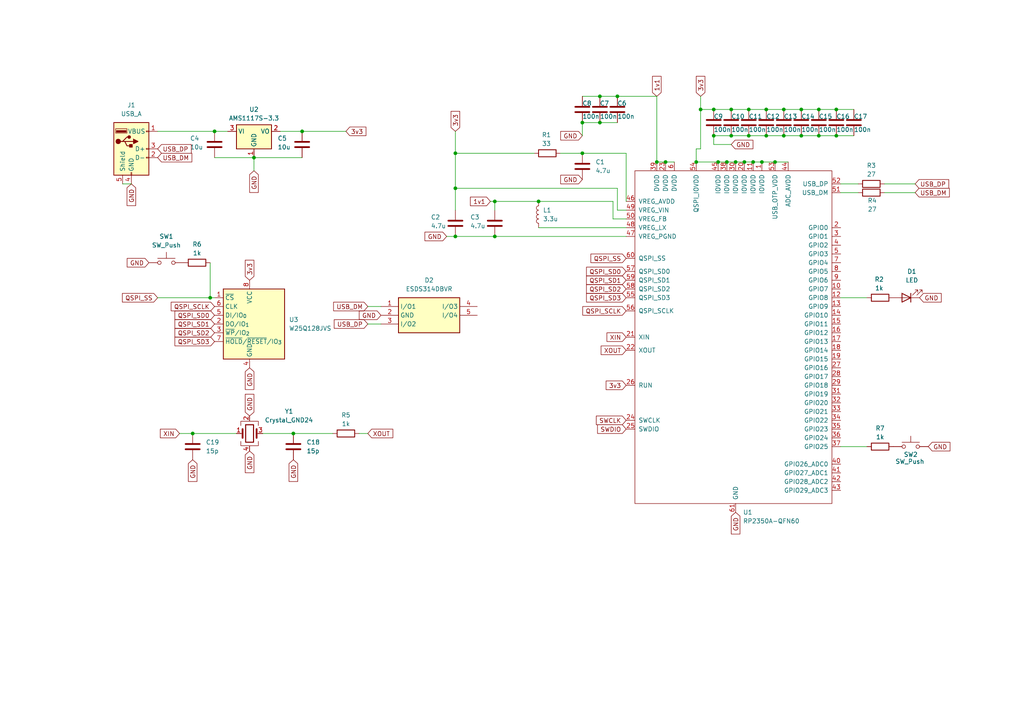
<source format=kicad_sch>
(kicad_sch (version 20250114) (generator "eeschema") (generator_version "9.0")
  (paper "A4")
  (lib_symbols
    (symbol "Connector:USB_A" (pin_names (offset 1.016))
      (property "Reference" "J" (at -5.08 11.43 0))
      (property "Value" "USB_A" (at -5.08 8.89 0))
      (symbol "USB_A_0_1"
        (rectangle (start -5.08 -7.62) (end 5.08 7.62) (stroke (width 0.254)) (fill (type background)))
        (circle (center -3.81 2.159) (radius 0.635) (stroke (width 0.254)) (fill (type outline)))
        (polyline (pts (xy -3.175 2.159) (xy -2.54 2.159) (xy -1.27 3.429) (xy -0.635 3.429)) (stroke (width 0.254)))
        (polyline (pts (xy -2.54 2.159) (xy -1.905 2.159) (xy -1.27 0.889) (xy 0 0.889)) (stroke (width 0.254)))
        (rectangle (start -1.524 4.826) (end -4.318 5.334) (fill (type outline)))
        (rectangle (start -1.27 4.572) (end -4.572 5.842))
        (circle (center -0.635 3.429) (radius 0.381) (stroke (width 0.254)) (fill (type outline)))
        (rectangle (start -0.127 -7.62) (end 0.127 -6.858))
        (rectangle (start 0.254 1.27) (end -0.508 0.508) (stroke (width 0.254)) (fill (type outline)))
        (polyline (pts (xy 0.635 2.794) (xy 0.635 1.524) (xy 1.905 2.159) (xy 0.635 2.794)) (stroke (width 0.254)) (fill (type outline)))
        (rectangle (start 5.08 4.953) (end 4.318 5.207))
        (rectangle (start 5.08 -0.127) (end 4.318 0.127))
        (rectangle (start 5.08 -2.667) (end 4.318 -2.413))
      )
      (symbol "USB_A_1_1"
        (polyline (pts (xy -1.905 2.159) (xy 0.635 2.159)) (stroke (width 0.254)))
        (pin passive line (at -2.54 -10.16 90) (length 2.54) (name "Shield") (number "5"))
        (pin power_in line (at 0 -10.16 90) (length 2.54) (name "GND") (number "4"))
        (pin power_in line (at 7.62 5.08 180) (length 2.54) (name "VBUS") (number "1"))
        (pin bidirectional line (at 7.62 0 180) (length 2.54) (name "D+") (number "3"))
        (pin bidirectional line (at 7.62 -2.54 180) (length 2.54) (name "D-") (number "2"))
      )
    )
    (symbol "Device:C" (pin_numbers (hide yes)) (pin_names (offset 0.254))
      (property "Reference" "C" (at 0.635 2.54 0))
      (property "Value" "C" (at 0.635 -2.54 0))
      (symbol "C_0_1"
        (polyline (pts (xy -2.032 0.762) (xy 2.032 0.762)) (stroke (width 0.508)))
        (polyline (pts (xy -2.032 -0.762) (xy 2.032 -0.762)) (stroke (width 0.508)))
      )
      (symbol "C_1_1"
        (pin passive line (at 0 3.81 270) (length 2.794) (name "~") (number "1"))
        (pin passive line (at 0 -3.81 90) (length 2.794) (name "~") (number "2"))
      )
    )
    (symbol "Device:Crystal_GND24" (pin_names (offset 1.016) (hide yes))
      (property "Reference" "Y" (at 3.175 5.08 0))
      (property "Value" "Crystal_GND24" (at 3.175 3.175 0))
      (symbol "Crystal_GND24_0_1"
        (polyline (pts (xy -2.54 2.286) (xy -2.54 3.556) (xy 2.54 3.556) (xy 2.54 2.286)))
        (polyline (pts (xy -2.54 0) (xy -2.032 0)))
        (polyline (pts (xy -2.54 -2.286) (xy -2.54 -3.556) (xy 2.54 -3.556) (xy 2.54 -2.286)))
        (polyline (pts (xy -2.032 -1.27) (xy -2.032 1.27)) (stroke (width 0.508)))
        (rectangle (start -1.143 2.54) (end 1.143 -2.54) (stroke (width 0.3048)))
        (polyline (pts (xy 0 3.556) (xy 0 3.81)))
        (polyline (pts (xy 0 -3.81) (xy 0 -3.556)))
        (polyline (pts (xy 2.032 0) (xy 2.54 0)))
        (polyline (pts (xy 2.032 -1.27) (xy 2.032 1.27)) (stroke (width 0.508)))
      )
      (symbol "Crystal_GND24_1_1"
        (pin passive line (at -3.81 0 0) (length 1.27) (name "1") (number "1"))
        (pin passive line (at 0 5.08 270) (length 1.27) (name "2") (number "2"))
        (pin passive line (at 0 -5.08 90) (length 1.27) (name "4") (number "4"))
        (pin passive line (at 3.81 0 180) (length 1.27) (name "3") (number "3"))
      )
    )
    (symbol "Device:L" (pin_numbers (hide yes)) (pin_names (offset 1.016) (hide yes))
      (property "Reference" "L" (at -1.27 0 90))
      (property "Value" "L" (at 1.905 0 90))
      (symbol "L_0_1"
        (arc (start 0 2.54) (mid 0.6323 1.905) (end 0 1.27))
        (arc (start 0 1.27) (mid 0.6323 0.635) (end 0 0))
        (arc (start 0 0) (mid 0.6323 -0.635) (end 0 -1.27))
        (arc (start 0 -1.27) (mid 0.6323 -1.905) (end 0 -2.54))
      )
      (symbol "L_1_1"
        (pin passive line (at 0 3.81 270) (length 1.27) (name "1") (number "1"))
        (pin passive line (at 0 -3.81 90) (length 1.27) (name "2") (number "2"))
      )
    )
    (symbol "Device:LED" (pin_numbers (hide yes)) (pin_names (offset 1.016) (hide yes))
      (property "Reference" "D" (at 0 2.54 0))
      (property "Value" "LED" (at 0 -2.54 0))
      (symbol "LED_0_1"
        (polyline (pts (xy -3.048 -0.762) (xy -4.572 -2.286) (xy -3.81 -2.286) (xy -4.572 -2.286) (xy -4.572 -1.524)))
        (polyline (pts (xy -1.778 -0.762) (xy -3.302 -2.286) (xy -2.54 -2.286) (xy -3.302 -2.286) (xy -3.302 -1.524)))
        (polyline (pts (xy -1.27 0) (xy 1.27 0)))
        (polyline (pts (xy -1.27 -1.27) (xy -1.27 1.27)) (stroke (width 0.254)))
        (polyline (pts (xy 1.27 -1.27) (xy 1.27 1.27) (xy -1.27 0) (xy 1.27 -1.27)) (stroke (width 0.254)))
      )
      (symbol "LED_1_1"
        (pin passive line (at -3.81 0 0) (length 2.54) (name "K") (number "1"))
        (pin passive line (at 3.81 0 180) (length 2.54) (name "A") (number "2"))
      )
    )
    (symbol "Device:R" (pin_numbers (hide yes)) (pin_names (offset 0))
      (property "Reference" "R" (at 2.032 0 90))
      (property "Value" "R" (at 0 0 90))
      (symbol "R_0_1"
        (rectangle (start -1.016 -2.54) (end 1.016 2.54) (stroke (width 0.254)))
      )
      (symbol "R_1_1"
        (pin passive line (at 0 3.81 270) (length 1.27) (name "~") (number "1"))
        (pin passive line (at 0 -3.81 90) (length 1.27) (name "~") (number "2"))
      )
    )
    (symbol "Memory_Flash:W25Q128JVS"
      (property "Reference" "U" (at -6.35 11.43 0))
      (property "Value" "W25Q128JVS" (at 7.62 11.43 0))
      (symbol "W25Q128JVS_0_1"
        (rectangle (start -7.62 10.16) (end 10.16 -10.16) (stroke (width 0.254)) (fill (type background)))
      )
      (symbol "W25Q128JVS_1_1"
        (pin input line (at -10.16 7.62 0) (length 2.54) (name "~{CS}") (number "1"))
        (pin input line (at -10.16 5.08 0) (length 2.54) (name "CLK") (number "6"))
        (pin bidirectional line (at -10.16 2.54 0) (length 2.54) (name "DI/IO_{0}") (number "5"))
        (pin bidirectional line (at -10.16 0 0) (length 2.54) (name "DO/IO_{1}") (number "2"))
        (pin bidirectional line (at -10.16 -2.54 0) (length 2.54) (name "~{WP}/IO_{2}") (number "3"))
        (pin bidirectional line (at -10.16 -5.08 0) (length 2.54) (name "~{HOLD}/~{RESET}/IO_{3}") (number "7"))
        (pin power_in line (at 0 12.7 270) (length 2.54) (name "VCC") (number "8"))
        (pin power_in line (at 0 -12.7 90) (length 2.54) (name "GND") (number "4"))
      )
    )
    (symbol "Regulator_Linear:AMS1117-3.3"
      (property "Reference" "U" (at -3.81 3.175 0))
      (property "Value" "AMS1117-3.3" (at 0 3.175 0))
      (symbol "AMS1117-3.3_0_1"
        (rectangle (start -5.08 -5.08) (end 5.08 1.905) (stroke (width 0.254)) (fill (type background)))
      )
      (symbol "AMS1117-3.3_1_1"
        (pin power_in line (at -7.62 0 0) (length 2.54) (name "VI") (number "3"))
        (pin power_in line (at 0 -7.62 90) (length 2.54) (name "GND") (number "1"))
        (pin power_out line (at 7.62 0 180) (length 2.54) (name "VO") (number "2"))
      )
    )
    (symbol "Switch:SW_Push" (pin_numbers (hide yes)) (pin_names (offset 1.016) (hide yes))
      (property "Reference" "SW" (at 1.27 2.54 0))
      (property "Value" "SW_Push" (at 0 -1.524 0))
      (symbol "SW_Push_0_1"
        (circle (center -2.032 0) (radius 0.508))
        (polyline (pts (xy 0 1.27) (xy 0 3.048)))
        (circle (center 2.032 0) (radius 0.508))
        (polyline (pts (xy 2.54 1.27) (xy -2.54 1.27)))
        (pin passive line (at -5.08 0 0) (length 2.54) (name "1") (number "1"))
        (pin passive line (at 5.08 0 180) (length 2.54) (name "2") (number "2"))
      )
    )
    (symbol "user_imported:ESDS314DBVR"
      (property "Reference" "D" (at 24.13 7.62 0))
      (property "Value" "ESDS314DBVR" (at 24.13 5.08 0))
      (symbol "ESDS314DBVR_1_1"
        (rectangle (start 5.08 2.54) (end 22.86 -7.62) (stroke (width 0.254)) (fill (type background)))
        (pin passive line (at 0 0 0) (length 5.08) (name "I/O1") (number "1"))
        (pin passive line (at 0 -2.54 0) (length 5.08) (name "GND") (number "2"))
        (pin passive line (at 0 -5.08 0) (length 5.08) (name "I/O2") (number "3"))
        (pin passive line (at 27.94 0 180) (length 5.08) (name "I/O3") (number "4"))
        (pin passive line (at 27.94 -2.54 180) (length 5.08) (name "I/O4") (number "5"))
      )
    )
    (symbol "user_imported:RP2350A-QFN60" (pin_names (offset 1.016))
      (property "Reference" "U" (at 0 -1.27 0))
      (property "Value" "RP2350A-QFN60" (at 0 1.27 0))
      (symbol "RP2350A-QFN60_0_1"
        (rectangle (start -29.21 44.45) (end 27.94 -52.07))
      )
      (symbol "RP2350A-QFN60_1_0"
        (pin passive line (at 0 -54.61 90) (length 2.54) (name "GND") (number "61"))
      )
      (symbol "RP2350A-QFN60_1_1"
        (pin power_in line (at -31.75 35.56 0) (length 2.54) (name "VREG_AVDD") (number "46"))
        (pin power_in line (at -31.75 33.02 0) (length 2.54) (name "VREG_VIN") (number "49"))
        (pin power_in line (at -31.75 30.48 0) (length 2.54) (name "VREG_FB") (number "50"))
        (pin power_out line (at -31.75 27.94 0) (length 2.54) (name "VREG_LX") (number "48"))
        (pin input line (at -31.75 25.4 0) (length 2.54) (name "VREG_PGND") (number "47"))
        (pin bidirectional line (at -31.75 19.05 0) (length 2.54) (name "QSPI_SS") (number "60"))
        (pin bidirectional line (at -31.75 15.24 0) (length 2.54) (name "QSPI_SD0") (number "57"))
        (pin bidirectional line (at -31.75 12.7 0) (length 2.54) (name "QSPI_SD1") (number "59"))
        (pin bidirectional line (at -31.75 10.16 0) (length 2.54) (name "QSPI_SD2") (number "58"))
        (pin bidirectional line (at -31.75 7.62 0) (length 2.54) (name "QSPI_SD3") (number "55"))
        (pin bidirectional line (at -31.75 3.81 0) (length 2.54) (name "QSPI_SCLK") (number "56"))
        (pin input line (at -31.75 -3.81 0) (length 2.54) (name "XIN") (number "21"))
        (pin output line (at -31.75 -7.62 0) (length 2.54) (name "XOUT") (number "22"))
        (pin input line (at -31.75 -17.78 0) (length 2.54) (name "RUN") (number "26"))
        (pin input line (at -31.75 -27.94 0) (length 2.54) (name "SWCLK") (number "24"))
        (pin bidirectional line (at -31.75 -30.48 0) (length 2.54) (name "SWDIO") (number "25"))
        (pin power_in line (at -22.86 46.99 270) (length 2.54) (name "DVDD") (number "39"))
        (pin power_in line (at -20.32 46.99 270) (length 2.54) (name "DVDD") (number "23"))
        (pin power_in line (at -17.78 46.99 270) (length 2.54) (name "DVDD") (number "6"))
        (pin power_in line (at -11.43 46.99 270) (length 2.54) (name "QSPI_IOVDD") (number "54"))
        (pin power_in line (at -5.08 46.99 270) (length 2.54) (name "IOVDD") (number "45"))
        (pin power_in line (at -2.54 46.99 270) (length 2.54) (name "IOVDD") (number "38"))
        (pin power_in line (at 0 46.99 270) (length 2.54) (name "IOVDD") (number "30"))
        (pin power_in line (at 2.54 46.99 270) (length 2.54) (name "IOVDD") (number "20"))
        (pin power_in line (at 5.08 46.99 270) (length 2.54) (name "IOVDD") (number "11"))
        (pin power_in line (at 7.62 46.99 270) (length 2.54) (name "IOVDD") (number "1"))
        (pin power_in line (at 11.43 46.99 270) (length 2.54) (name "USB_OTP_VDD") (number "53"))
        (pin power_in line (at 15.24 46.99 270) (length 2.54) (name "ADC_AVDD") (number "44"))
        (pin bidirectional line (at 30.48 40.64 180) (length 2.54) (name "USB_DP") (number "52"))
        (pin bidirectional line (at 30.48 38.1 180) (length 2.54) (name "USB_DM") (number "51"))
        (pin bidirectional line (at 30.48 27.94 180) (length 2.54) (name "GPIO0") (number "2"))
        (pin bidirectional line (at 30.48 25.4 180) (length 2.54) (name "GPIO1") (number "3"))
        (pin bidirectional line (at 30.48 22.86 180) (length 2.54) (name "GPIO2") (number "4"))
        (pin bidirectional line (at 30.48 20.32 180) (length 2.54) (name "GPIO3") (number "5"))
        (pin bidirectional line (at 30.48 17.78 180) (length 2.54) (name "GPIO4") (number "7"))
        (pin bidirectional line (at 30.48 15.24 180) (length 2.54) (name "GPIO5") (number "8"))
        (pin bidirectional line (at 30.48 12.7 180) (length 2.54) (name "GPIO6") (number "9"))
        (pin bidirectional line (at 30.48 10.16 180) (length 2.54) (name "GPIO7") (number "10"))
        (pin bidirectional line (at 30.48 7.62 180) (length 2.54) (name "GPIO8") (number "12"))
        (pin bidirectional line (at 30.48 5.08 180) (length 2.54) (name "GPIO9") (number "13"))
        (pin bidirectional line (at 30.48 2.54 180) (length 2.54) (name "GPIO10") (number "14"))
        (pin bidirectional line (at 30.48 0 180) (length 2.54) (name "GPIO11") (number "15"))
        (pin bidirectional line (at 30.48 -2.54 180) (length 2.54) (name "GPIO12") (number "16"))
        (pin bidirectional line (at 30.48 -5.08 180) (length 2.54) (name "GPIO13") (number "17"))
        (pin bidirectional line (at 30.48 -7.62 180) (length 2.54) (name "GPIO14") (number "18"))
        (pin bidirectional line (at 30.48 -10.16 180) (length 2.54) (name "GPIO15") (number "19"))
        (pin bidirectional line (at 30.48 -12.7 180) (length 2.54) (name "GPIO16") (number "27"))
        (pin bidirectional line (at 30.48 -15.24 180) (length 2.54) (name "GPIO17") (number "28"))
        (pin bidirectional line (at 30.48 -17.78 180) (length 2.54) (name "GPIO18") (number "29"))
        (pin bidirectional line (at 30.48 -20.32 180) (length 2.54) (name "GPIO19") (number "31"))
        (pin bidirectional line (at 30.48 -22.86 180) (length 2.54) (name "GPIO20") (number "32"))
        (pin bidirectional line (at 30.48 -25.4 180) (length 2.54) (name "GPIO21") (number "33"))
        (pin bidirectional line (at 30.48 -27.94 180) (length 2.54) (name "GPIO22") (number "34"))
        (pin bidirectional line (at 30.48 -30.48 180) (length 2.54) (name "GPIO23") (number "35"))
        (pin bidirectional line (at 30.48 -33.02 180) (length 2.54) (name "GPIO24") (number "36"))
        (pin bidirectional line (at 30.48 -35.56 180) (length 2.54) (name "GPIO25") (number "37"))
        (pin bidirectional line (at 30.48 -40.64 180) (length 2.54) (name "GPIO26_ADC0") (number "40"))
        (pin bidirectional line (at 30.48 -43.18 180) (length 2.54) (name "GPIO27_ADC1") (number "41"))
        (pin bidirectional line (at 30.48 -45.72 180) (length 2.54) (name "GPIO28_ADC2") (number "42"))
        (pin bidirectional line (at 30.48 -48.26 180) (length 2.54) (name "GPIO29_ADC3") (number "43"))
      )
    )
  )
  (junction (at 173.99 35.56))
  (junction (at 208.28 46.99))
  (junction (at 132.08 44.45))
  (junction (at 201.93 46.99))
  (junction (at 222.25 31.75))
  (junction (at 73.66 45.72))
  (junction (at 179.07 27.94))
  (junction (at 190.5 46.99))
  (junction (at 60.96 86.36))
  (junction (at 207.01 31.75))
  (junction (at 156.21 58.42))
  (junction (at 227.33 31.75))
  (junction (at 87.63 38.1))
  (junction (at 132.08 68.58))
  (junction (at 232.41 31.75))
  (junction (at 242.57 31.75))
  (junction (at 224.79 46.99))
  (junction (at 242.57 39.37))
  (junction (at 143.51 58.42))
  (junction (at 55.88 125.73))
  (junction (at 193.04 46.99))
  (junction (at 218.44 46.99))
  (junction (at 168.91 44.45))
  (junction (at 217.17 31.75))
  (junction (at 215.9 46.99))
  (junction (at 207.01 39.37))
  (junction (at 168.91 35.56))
  (junction (at 212.09 31.75))
  (junction (at 237.49 31.75))
  (junction (at 217.17 39.37))
  (junction (at 212.09 39.37))
  (junction (at 173.99 27.94))
  (junction (at 222.25 39.37))
  (junction (at 143.51 68.58))
  (junction (at 227.33 39.37))
  (junction (at 232.41 39.37))
  (junction (at 132.08 54.61))
  (junction (at 237.49 39.37))
  (junction (at 203.2 31.75))
  (junction (at 210.82 46.99))
  (junction (at 220.98 46.99))
  (junction (at 213.36 46.99))
  (junction (at 62.23 38.1))
  (junction (at 85.09 125.73))
  (wire (pts (xy 237.49 31.75) (xy 242.57 31.75)))
  (wire (pts (xy 217.17 31.75) (xy 222.25 31.75)))
  (wire (pts (xy 212.09 39.37) (xy 217.17 39.37)))
  (wire (pts (xy 227.33 31.75) (xy 232.41 31.75)))
  (wire (pts (xy 227.33 39.37) (xy 232.41 39.37)))
  (wire (pts (xy 52.07 125.73) (xy 55.88 125.73)))
  (wire (pts (xy 62.23 45.72) (xy 73.66 45.72)))
  (wire (pts (xy 242.57 39.37) (xy 247.65 39.37)))
  (wire (pts (xy 208.28 46.99) (xy 210.82 46.99)))
  (wire (pts (xy 237.49 39.37) (xy 242.57 39.37)))
  (wire (pts (xy 106.68 125.73) (xy 104.14 125.73)))
  (wire (pts (xy 81.28 38.1) (xy 87.63 38.1)))
  (wire (pts (xy 190.5 46.99) (xy 193.04 46.99)))
  (wire (pts (xy 177.8 63.5) (xy 181.61 63.5)))
  (wire (pts (xy 106.68 93.98) (xy 110.49 93.98)))
  (wire (pts (xy 179.07 60.96) (xy 181.61 60.96)))
  (wire (pts (xy 45.72 38.1) (xy 62.23 38.1)))
  (wire (pts (xy 212.09 41.91) (xy 207.01 41.91)))
  (wire (pts (xy 243.84 53.34) (xy 248.92 53.34)))
  (wire (pts (xy 106.68 88.9) (xy 110.49 88.9)))
  (wire (pts (xy 143.51 58.42) (xy 156.21 58.42)))
  (wire (pts (xy 129.54 68.58) (xy 132.08 68.58)))
  (wire (pts (xy 193.04 46.99) (xy 195.58 46.99)))
  (wire (pts (xy 132.08 44.45) (xy 132.08 54.61)))
  (wire (pts (xy 222.25 31.75) (xy 227.33 31.75)))
  (wire (pts (xy 132.08 54.61) (xy 179.07 54.61)))
  (wire (pts (xy 190.5 27.94) (xy 190.5 46.99)))
  (wire (pts (xy 73.66 49.53) (xy 73.66 45.72)))
  (wire (pts (xy 162.56 44.45) (xy 168.91 44.45)))
  (wire (pts (xy 232.41 31.75) (xy 237.49 31.75)))
  (wire (pts (xy 218.44 46.99) (xy 220.98 46.99)))
  (wire (pts (xy 203.2 27.94) (xy 203.2 31.75)))
  (wire (pts (xy 201.93 46.99) (xy 208.28 46.99)))
  (wire (pts (xy 73.66 45.72) (xy 87.63 45.72)))
  (wire (pts (xy 224.79 46.99) (xy 228.6 46.99)))
  (wire (pts (xy 210.82 46.99) (xy 213.36 46.99)))
  (wire (pts (xy 132.08 68.58) (xy 143.51 68.58)))
  (wire (pts (xy 76.2 125.73) (xy 85.09 125.73)))
  (wire (pts (xy 201.93 43.18) (xy 201.93 46.99)))
  (wire (pts (xy 207.01 39.37) (xy 212.09 39.37)))
  (wire (pts (xy 85.09 125.73) (xy 96.52 125.73)))
  (wire (pts (xy 212.09 31.75) (xy 217.17 31.75)))
  (wire (pts (xy 203.2 31.75) (xy 203.2 43.18)))
  (wire (pts (xy 256.54 53.34) (xy 265.43 53.34)))
  (wire (pts (xy 177.8 58.42) (xy 177.8 63.5)))
  (wire (pts (xy 45.72 86.36) (xy 60.96 86.36)))
  (wire (pts (xy 218.44 46.99) (xy 215.9 46.99)))
  (wire (pts (xy 87.63 38.1) (xy 100.33 38.1)))
  (wire (pts (xy 207.01 39.37) (xy 207.01 41.91)))
  (wire (pts (xy 168.91 27.94) (xy 173.99 27.94)))
  (wire (pts (xy 222.25 39.37) (xy 227.33 39.37)))
  (wire (pts (xy 179.07 54.61) (xy 179.07 60.96)))
  (wire (pts (xy 142.24 58.42) (xy 143.51 58.42)))
  (wire (pts (xy 203.2 43.18) (xy 201.93 43.18)))
  (wire (pts (xy 132.08 54.61) (xy 132.08 60.96)))
  (wire (pts (xy 168.91 35.56) (xy 168.91 39.37)))
  (wire (pts (xy 55.88 125.73) (xy 68.58 125.73)))
  (wire (pts (xy 173.99 35.56) (xy 179.07 35.56)))
  (wire (pts (xy 251.46 86.36) (xy 243.84 86.36)))
  (wire (pts (xy 132.08 38.1) (xy 132.08 44.45)))
  (wire (pts (xy 213.36 46.99) (xy 215.9 46.99)))
  (wire (pts (xy 132.08 44.45) (xy 154.94 44.45)))
  (wire (pts (xy 60.96 76.2) (xy 60.96 86.36)))
  (wire (pts (xy 207.01 31.75) (xy 212.09 31.75)))
  (wire (pts (xy 243.84 129.54) (xy 251.46 129.54)))
  (wire (pts (xy 173.99 27.94) (xy 179.07 27.94)))
  (wire (pts (xy 220.98 46.99) (xy 224.79 46.99)))
  (wire (pts (xy 217.17 39.37) (xy 222.25 39.37)))
  (wire (pts (xy 203.2 31.75) (xy 207.01 31.75)))
  (wire (pts (xy 143.51 68.58) (xy 181.61 68.58)))
  (wire (pts (xy 60.96 86.36) (xy 62.23 86.36)))
  (wire (pts (xy 156.21 58.42) (xy 177.8 58.42)))
  (wire (pts (xy 242.57 31.75) (xy 247.65 31.75)))
  (wire (pts (xy 256.54 55.88) (xy 265.43 55.88)))
  (wire (pts (xy 179.07 27.94) (xy 190.5 27.94)))
  (wire (pts (xy 232.41 39.37) (xy 237.49 39.37)))
  (wire (pts (xy 181.61 44.45) (xy 168.91 44.45)))
  (wire (pts (xy 168.91 35.56) (xy 173.99 35.56)))
  (wire (pts (xy 143.51 58.42) (xy 143.51 60.96)))
  (wire (pts (xy 156.21 66.04) (xy 181.61 66.04)))
  (wire (pts (xy 243.84 55.88) (xy 248.92 55.88)))
  (wire (pts (xy 181.61 58.42) (xy 181.61 44.45)))
  (wire (pts (xy 35.56 53.34) (xy 38.1 53.34)))
  (wire (pts (xy 62.23 38.1) (xy 66.04 38.1)))
  (global_label "USB_DM" (shape input) (at 45.72 45.72 0) (property "Intersheetrefs" "${INTERSHEET_REFS}" (effects (hide yes))))
  (global_label "3v3" (shape input) (at 72.39 81.28 90) (property "Intersheetrefs" "${INTERSHEET_REFS}" (effects (hide yes))))
  (global_label "3v3" (shape input) (at 181.61 111.76 180) (property "Intersheetrefs" "${INTERSHEET_REFS}" (effects (hide yes))))
  (global_label "GND" (shape input) (at 38.1 53.34 270) (property "Intersheetrefs" "${INTERSHEET_REFS}" (effects (hide yes))))
  (global_label "SWDIO" (shape input) (at 181.61 124.46 180) (property "Intersheetrefs" "${INTERSHEET_REFS}" (effects (hide yes))))
  (global_label "QSPI_SS" (shape input) (at 45.72 86.36 180) (property "Intersheetrefs" "${INTERSHEET_REFS}" (effects (hide yes))))
  (global_label "GND" (shape input) (at 110.49 91.44 180) (property "Intersheetrefs" "${INTERSHEET_REFS}" (effects (hide yes))))
  (global_label "GND" (shape input) (at 72.39 106.68 270) (property "Intersheetrefs" "${INTERSHEET_REFS}" (effects (hide yes))))
  (global_label "USB_DP" (shape input) (at 265.43 53.34 0) (property "Intersheetrefs" "${INTERSHEET_REFS}" (effects (hide yes))))
  (global_label "QSPI_SD1" (shape input) (at 181.61 81.28 180) (property "Intersheetrefs" "${INTERSHEET_REFS}" (effects (hide yes))))
  (global_label "USB_DM" (shape input) (at 265.43 55.88 0) (property "Intersheetrefs" "${INTERSHEET_REFS}" (effects (hide yes))))
  (global_label "GND" (shape input) (at 269.24 129.54 0) (property "Intersheetrefs" "${INTERSHEET_REFS}" (effects (hide yes))))
  (global_label "QSPI_SCLK" (shape input) (at 62.23 88.9 180) (property "Intersheetrefs" "${INTERSHEET_REFS}" (effects (hide yes))))
  (global_label "XIN" (shape input) (at 52.07 125.73 180) (property "Intersheetrefs" "${INTERSHEET_REFS}" (effects (hide yes))))
  (global_label "GND" (shape input) (at 72.39 120.65 90) (property "Intersheetrefs" "${INTERSHEET_REFS}" (effects (hide yes))))
  (global_label "GND" (shape input) (at 266.7 86.36 0) (property "Intersheetrefs" "${INTERSHEET_REFS}" (effects (hide yes))))
  (global_label "GND" (shape input) (at 129.54 68.58 180) (property "Intersheetrefs" "${INTERSHEET_REFS}" (effects (hide yes))))
  (global_label "GND" (shape input) (at 55.88 133.35 270) (property "Intersheetrefs" "${INTERSHEET_REFS}" (effects (hide yes))))
  (global_label "GND" (shape input) (at 73.66 49.53 270) (property "Intersheetrefs" "${INTERSHEET_REFS}" (effects (hide yes))))
  (global_label "USB_DP" (shape input) (at 45.72 43.18 0) (property "Intersheetrefs" "${INTERSHEET_REFS}" (effects (hide yes))))
  (global_label "GND" (shape input) (at 168.91 52.07 180) (property "Intersheetrefs" "${INTERSHEET_REFS}" (effects (hide yes))))
  (global_label "QSPI_SS" (shape input) (at 181.61 74.93 180) (property "Intersheetrefs" "${INTERSHEET_REFS}" (effects (hide yes))))
  (global_label "QSPI_SD0" (shape input) (at 181.61 78.74 180) (property "Intersheetrefs" "${INTERSHEET_REFS}" (effects (hide yes))))
  (global_label "GND" (shape input) (at 213.36 148.59 270) (property "Intersheetrefs" "${INTERSHEET_REFS}" (effects (hide yes))))
  (global_label "QSPI_SD2" (shape input) (at 62.23 96.52 180) (property "Intersheetrefs" "${INTERSHEET_REFS}" (effects (hide yes))))
  (global_label "USB_DP" (shape input) (at 106.68 93.98 180) (property "Intersheetrefs" "${INTERSHEET_REFS}" (effects (hide yes))))
  (global_label "QSPI_SD3" (shape input) (at 62.23 99.06 180) (property "Intersheetrefs" "${INTERSHEET_REFS}" (effects (hide yes))))
  (global_label "GND" (shape input) (at 43.18 76.2 180) (property "Intersheetrefs" "${INTERSHEET_REFS}" (effects (hide yes))))
  (global_label "3v3" (shape input) (at 100.33 38.1 0) (property "Intersheetrefs" "${INTERSHEET_REFS}" (effects (hide yes))))
  (global_label "QSPI_SCLK" (shape input) (at 181.61 90.17 180) (property "Intersheetrefs" "${INTERSHEET_REFS}" (effects (hide yes))))
  (global_label "XOUT" (shape input) (at 106.68 125.73 0) (property "Intersheetrefs" "${INTERSHEET_REFS}" (effects (hide yes))))
  (global_label "QSPI_SD2" (shape input) (at 181.61 83.82 180) (property "Intersheetrefs" "${INTERSHEET_REFS}" (effects (hide yes))))
  (global_label "3v3" (shape input) (at 203.2 27.94 90) (property "Intersheetrefs" "${INTERSHEET_REFS}" (effects (hide yes))))
  (global_label "QSPI_SD0" (shape input) (at 62.23 91.44 180) (property "Intersheetrefs" "${INTERSHEET_REFS}" (effects (hide yes))))
  (global_label "GND" (shape input) (at 85.09 133.35 270) (property "Intersheetrefs" "${INTERSHEET_REFS}" (effects (hide yes))))
  (global_label "QSPI_SD3" (shape input) (at 181.61 86.36 180) (property "Intersheetrefs" "${INTERSHEET_REFS}" (effects (hide yes))))
  (global_label "GND" (shape input) (at 168.91 39.37 180) (property "Intersheetrefs" "${INTERSHEET_REFS}" (effects (hide yes))))
  (global_label "GND" (shape input) (at 72.39 130.81 270) (property "Intersheetrefs" "${INTERSHEET_REFS}" (effects (hide yes))))
  (global_label "1v1" (shape input) (at 190.5 27.94 90) (property "Intersheetrefs" "${INTERSHEET_REFS}" (effects (hide yes))))
  (global_label "SWCLK" (shape input) (at 181.61 121.92 180) (property "Intersheetrefs" "${INTERSHEET_REFS}" (effects (hide yes))))
  (global_label "GND" (shape input) (at 212.09 41.91 0) (property "Intersheetrefs" "${INTERSHEET_REFS}" (effects (hide yes))))
  (global_label "XIN" (shape input) (at 181.61 97.79 180) (property "Intersheetrefs" "${INTERSHEET_REFS}" (effects (hide yes))))
  (global_label "1v1" (shape input) (at 142.24 58.42 180) (property "Intersheetrefs" "${INTERSHEET_REFS}" (effects (hide yes))))
  (global_label "XOUT" (shape input) (at 181.61 101.6 180) (property "Intersheetrefs" "${INTERSHEET_REFS}" (effects (hide yes))))
  (global_label "USB_DM" (shape input) (at 106.68 88.9 180) (property "Intersheetrefs" "${INTERSHEET_REFS}" (effects (hide yes))))
  (global_label "QSPI_SD1" (shape input) (at 62.23 93.98 180) (property "Intersheetrefs" "${INTERSHEET_REFS}" (effects (hide yes))))
  (global_label "3v3" (shape input) (at 132.08 38.1 90) (property "Intersheetrefs" "${INTERSHEET_REFS}" (effects (hide yes))))
  (symbol (lib_id "Device:C") (at 55.88 129.54 0) (unit 1)
    (property "Reference" "C19" (at 59.69 128.2699 0) (effects (justify left)))
    (property "Value" "15p" (at 59.69 130.8099 0) (effects (justify left)))
    (property "Footprint" "Capacitor_SMD:C_0402_1005Metric" (effects (hide yes)))
    (property "Description" "Unpolarized capacitor" (effects (hide yes)))
  )
  (symbol (lib_id "Device:C") (at 85.09 129.54 0) (unit 1)
    (property "Reference" "C18" (at 88.9 128.2699 0) (effects (justify left)))
    (property "Value" "15p" (at 88.9 130.8099 0) (effects (justify left)))
    (property "Footprint" "Capacitor_SMD:C_0402_1005Metric" (effects (hide yes)))
    (property "Description" "Unpolarized capacitor" (effects (hide yes)))
  )
  (symbol (lib_id "Switch:SW_Push") (at 264.16 129.54 0) (unit 1)
    (property "Reference" "SW2" (at 264.16 131.826 0))
    (property "Value" "SW_Push" (at 263.906 133.858 0))
    (property "Footprint" "Button_Switch_SMD:SW_SPST_PTS810" (effects (hide yes)))
    (property "Description" "Push button switch, generic, two pins" (effects (hide yes)))
  )
  (symbol (lib_id "Memory_Flash:W25Q128JVS") (at 72.39 93.98 0) (unit 1)
    (property "Reference" "U3" (at 83.82 92.7099 0) (effects (justify left)))
    (property "Value" "W25Q128JVS" (at 83.82 95.2499 0) (effects (justify left)))
    (property "Footprint" "Package_SO:SOIC-8_5.3x5.3mm_P1.27mm" (effects (hide yes)))
    (property "Datasheet" "https://www.winbond.com/resource-files/w25q128jv_dtr%20revc%2003272018%20plus.pdf" (effects (hide yes)))
    (property "Description" "128Mbit / 16MiB Serial Flash Memory, Standard/Dual/Quad SPI, 2.7-3.6V, SOIC-8" (effects (hide yes)))
  )
  (symbol (lib_id "Device:R") (at 255.27 86.36 90) (unit 1)
    (property "Reference" "R2" (at 255.016 81.026 90))
    (property "Value" "1k" (at 255.016 83.566 90))
    (property "Footprint" "Resistor_SMD:R_0402_1005Metric_Pad0.72x0.64mm_HandSolder" (effects (hide yes)))
    (property "Description" "Resistor" (effects (hide yes)))
  )
  (symbol (lib_id "Device:C") (at 132.08 64.77 0) (unit 1)
    (property "Reference" "C2" (at 124.968 62.992 0) (effects (justify left)))
    (property "Value" "4.7u" (at 124.968 65.532 0) (effects (justify left)))
    (property "Footprint" "Capacitor_SMD:C_0402_1005Metric" (effects (hide yes)))
    (property "Description" "Unpolarized capacitor" (effects (hide yes)))
  )
  (symbol (lib_id "Switch:SW_Push") (at 48.26 76.2 0) (unit 1)
    (property "Reference" "SW1" (at 48.26 68.58 0))
    (property "Value" "SW_Push" (at 48.26 71.12 0))
    (property "Footprint" "Button_Switch_SMD:SW_SPST_PTS810" (effects (hide yes)))
    (property "Description" "Push button switch, generic, two pins" (effects (hide yes)))
  )
  (symbol (lib_id "user_imported:ESDS314DBVR") (at 110.49 88.9 0) (unit 1)
    (property "Reference" "D2" (at 124.46 81.28 0))
    (property "Value" "ESDS314DBVR" (at 124.46 83.82 0))
    (property "Footprint" "user_imported_devices:ESDS314BVR_SOT95P280X145-5N" (effects (hide yes)))
    (property "Datasheet" "http://www.ti.com/lit/gpn/esds314" (effects (hide yes)))
    (property "Description" "Data-Line Surge and ESD Protection Diode Array" (effects (hide yes)))
    (property "Height" "1.45" (effects (hide yes)))
    (property "Mouser Part Number" "595-ESDS314DBVR" (effects (hide yes)))
    (property "Mouser Price/Stock" "https://www.mouser.co.uk/ProductDetail/Texas-Instruments/ESDS314DBVR?qs=w%2Fv1CP2dgqpkGBpJKrSLAg%3D%3D" (effects (hide yes)))
    (property "Manufacturer_Name" "Texas Instruments" (effects (hide yes)))
    (property "Manufacturer_Part_Number" "ESDS314DBVR" (effects (hide yes)))
  )
  (symbol (lib_id "Regulator_Linear:AMS1117-3.3") (at 73.66 38.1 0) (unit 1)
    (property "Reference" "U2" (at 73.66 31.75 0))
    (property "Value" "AMS1117S-3.3" (at 73.66 34.29 0))
    (property "Footprint" "Package_TO_SOT_SMD:SOT-89-3" (effects (hide yes)))
    (property "Datasheet" "http://www.advanced-monolithic.com/pdf/ds1117.pdf" (effects (hide yes)))
    (property "Description" "1A Low Dropout regulator, positive, 3.3V fixed output, SOT-223" (effects (hide yes)))
  )
  (symbol (lib_id "Device:C") (at 87.63 41.91 0) (unit 1)
    (property "Reference" "C5" (at 80.518 40.132 0) (effects (justify left)))
    (property "Value" "10u" (at 80.518 42.672 0) (effects (justify left)))
    (property "Footprint" "Capacitor_SMD:C_0805_2012Metric" (effects (hide yes)))
    (property "Description" "Unpolarized capacitor" (effects (hide yes)))
  )
  (symbol (lib_id "Device:C") (at 232.41 35.56 0) (unit 1)
    (property "Reference" "C14" (at 232.41 33.782 0) (effects (justify left)))
    (property "Value" "100n" (at 232.41 37.592 0) (effects (justify left)))
    (property "Footprint" "Capacitor_SMD:C_0402_1005Metric" (effects (hide yes)))
    (property "Description" "Unpolarized capacitor" (effects (hide yes)))
  )
  (symbol (lib_id "Device:C") (at 173.99 31.75 0) (unit 1)
    (property "Reference" "C7" (at 173.99 29.972 0) (effects (justify left)))
    (property "Value" "100n" (at 173.99 33.782 0) (effects (justify left)))
    (property "Footprint" "Capacitor_SMD:C_0402_1005Metric" (effects (hide yes)))
    (property "Description" "Unpolarized capacitor" (effects (hide yes)))
  )
  (symbol (lib_id "Connector:USB_A") (at 38.1 43.18 0) (unit 1)
    (property "Reference" "J1" (at 38.1 30.48 0))
    (property "Value" "USB_A" (at 38.1 33.02 0))
    (property "Footprint" "user_imported_devices:USBPCB" (effects (hide yes)))
    (property "Description" "USB Type A connector" (effects (hide yes)))
  )
  (symbol (lib_id "Device:Crystal_GND24") (at 72.39 125.73 0) (unit 1)
    (property "Reference" "Y1" (at 83.82 119.3098 0))
    (property "Value" "Crystal_GND24" (at 83.82 121.8498 0))
    (property "Footprint" "Crystal:Crystal_SMD_3225-4Pin_3.2x2.5mm" (effects (hide yes)))
    (property "Description" "Four pin crystal, GND on pins 2 and 4" (effects (hide yes)))
  )
  (symbol (lib_id "Device:LED") (at 262.89 86.36 180) (unit 1)
    (property "Reference" "D1" (at 264.4775 78.74 0))
    (property "Value" "LED" (at 264.4775 81.28 0))
    (property "Footprint" "LED_SMD:LED_0402_1005Metric_Pad0.77x0.64mm_HandSolder" (effects (hide yes)))
    (property "Description" "Light emitting diode" (effects (hide yes)))
    (property "Sim.Pins" "1=K 2=A" (effects (hide yes)))
  )
  (symbol (lib_id "Device:C") (at 237.49 35.56 0) (unit 1)
    (property "Reference" "C15" (at 237.49 33.782 0) (effects (justify left)))
    (property "Value" "100n" (at 237.49 37.592 0) (effects (justify left)))
    (property "Footprint" "Capacitor_SMD:C_0402_1005Metric" (effects (hide yes)))
    (property "Description" "Unpolarized capacitor" (effects (hide yes)))
  )
  (symbol (lib_id "Device:C") (at 227.33 35.56 0) (unit 1)
    (property "Reference" "C13" (at 227.33 33.782 0) (effects (justify left)))
    (property "Value" "100n" (at 227.33 37.592 0) (effects (justify left)))
    (property "Footprint" "Capacitor_SMD:C_0402_1005Metric" (effects (hide yes)))
    (property "Description" "Unpolarized capacitor" (effects (hide yes)))
  )
  (symbol (lib_id "Device:C") (at 62.23 41.91 0) (unit 1)
    (property "Reference" "C4" (at 55.118 40.132 0) (effects (justify left)))
    (property "Value" "10u" (at 55.118 42.672 0) (effects (justify left)))
    (property "Footprint" "Capacitor_SMD:C_0805_2012Metric" (effects (hide yes)))
    (property "Description" "Unpolarized capacitor" (effects (hide yes)))
  )
  (symbol (lib_id "Device:R") (at 100.33 125.73 90) (unit 1)
    (property "Reference" "R5" (at 100.33 120.396 90))
    (property "Value" "1k" (at 100.33 122.936 90))
    (property "Footprint" "Resistor_SMD:R_0402_1005Metric" (effects (hide yes)))
    (property "Description" "Resistor" (effects (hide yes)))
  )
  (symbol (lib_id "Device:R") (at 252.73 53.34 90) (unit 1)
    (property "Reference" "R3" (at 252.73 48.006 90))
    (property "Value" "27" (at 252.73 50.546 90))
    (property "Footprint" "Resistor_SMD:R_0402_1005Metric" (effects (hide yes)))
    (property "Description" "Resistor" (effects (hide yes)))
  )
  (symbol (lib_id "Device:L") (at 156.21 62.23 180) (unit 1)
    (property "Reference" "L1" (at 157.48 60.9599 0) (effects (justify right)))
    (property "Value" "3.3u" (at 157.48 63.4999 0) (effects (justify right)))
    (property "Footprint" "Inductor_SMD:L_0805_2012Metric" (effects (hide yes)))
    (property "Description" "Inductor" (effects (hide yes)))
  )
  (symbol (lib_id "Device:R") (at 252.73 55.88 90) (unit 1)
    (property "Reference" "R4" (at 252.984 58.166 90))
    (property "Value" "27" (at 252.984 60.706 90))
    (property "Footprint" "Resistor_SMD:R_0402_1005Metric" (effects (hide yes)))
    (property "Description" "Resistor" (effects (hide yes)))
  )
  (symbol (lib_id "Device:C") (at 168.91 31.75 0) (unit 1)
    (property "Reference" "C8" (at 168.91 29.972 0) (effects (justify left)))
    (property "Value" "100n" (at 168.91 33.782 0) (effects (justify left)))
    (property "Footprint" "Capacitor_SMD:C_0402_1005Metric" (effects (hide yes)))
    (property "Description" "Unpolarized capacitor" (effects (hide yes)))
  )
  (symbol (lib_id "Device:R") (at 158.75 44.45 90) (unit 1)
    (property "Reference" "R1" (at 158.496 39.116 90))
    (property "Value" "33" (at 158.496 41.656 90))
    (property "Footprint" "Resistor_SMD:R_0402_1005Metric" (effects (hide yes)))
    (property "Description" "Resistor" (effects (hide yes)))
  )
  (symbol (lib_id "Device:C") (at 247.65 35.56 0) (unit 1)
    (property "Reference" "C17" (at 247.65 33.782 0) (effects (justify left)))
    (property "Value" "100n" (at 247.65 37.592 0) (effects (justify left)))
    (property "Footprint" "Capacitor_SMD:C_0402_1005Metric" (effects (hide yes)))
    (property "Description" "Unpolarized capacitor" (effects (hide yes)))
  )
  (symbol (lib_id "Device:C") (at 212.09 35.56 0) (unit 1)
    (property "Reference" "C10" (at 212.09 33.782 0) (effects (justify left)))
    (property "Value" "100n" (at 212.09 37.592 0) (effects (justify left)))
    (property "Footprint" "Capacitor_SMD:C_0402_1005Metric" (effects (hide yes)))
    (property "Description" "Unpolarized capacitor" (effects (hide yes)))
  )
  (symbol (lib_id "Device:C") (at 217.17 35.56 0) (unit 1)
    (property "Reference" "C11" (at 217.17 33.782 0) (effects (justify left)))
    (property "Value" "100n" (at 217.17 37.592 0) (effects (justify left)))
    (property "Footprint" "Capacitor_SMD:C_0402_1005Metric" (effects (hide yes)))
    (property "Description" "Unpolarized capacitor" (effects (hide yes)))
  )
  (symbol (lib_id "Device:C") (at 179.07 31.75 0) (unit 1)
    (property "Reference" "C6" (at 179.07 29.972 0) (effects (justify left)))
    (property "Value" "100n" (at 179.07 33.782 0) (effects (justify left)))
    (property "Footprint" "Capacitor_SMD:C_0402_1005Metric" (effects (hide yes)))
    (property "Description" "Unpolarized capacitor" (effects (hide yes)))
  )
  (symbol (lib_id "Device:C") (at 143.51 64.77 0) (unit 1)
    (property "Reference" "C3" (at 136.398 62.992 0) (effects (justify left)))
    (property "Value" "4.7u" (at 136.398 65.532 0) (effects (justify left)))
    (property "Footprint" "Capacitor_SMD:C_0402_1005Metric" (effects (hide yes)))
    (property "Description" "Unpolarized capacitor" (effects (hide yes)))
  )
  (symbol (lib_id "Device:C") (at 207.01 35.56 0) (unit 1)
    (property "Reference" "C9" (at 207.01 33.782 0) (effects (justify left)))
    (property "Value" "100n" (at 207.01 37.592 0) (effects (justify left)))
    (property "Footprint" "Capacitor_SMD:C_0402_1005Metric" (effects (hide yes)))
    (property "Description" "Unpolarized capacitor" (effects (hide yes)))
  )
  (symbol (lib_id "Device:R") (at 57.15 76.2 90) (unit 1)
    (property "Reference" "R6" (at 57.15 70.866 90))
    (property "Value" "1k" (at 57.15 73.406 90))
    (property "Footprint" "Resistor_SMD:R_0402_1005Metric_Pad0.72x0.64mm_HandSolder" (effects (hide yes)))
    (property "Description" "Resistor" (effects (hide yes)))
  )
  (symbol (lib_id "Device:C") (at 168.91 48.26 0) (unit 1)
    (property "Reference" "C1" (at 172.72 46.9899 0) (effects (justify left)))
    (property "Value" "4.7u" (at 172.72 49.5299 0) (effects (justify left)))
    (property "Footprint" "Capacitor_SMD:C_0402_1005Metric" (effects (hide yes)))
    (property "Description" "Unpolarized capacitor" (effects (hide yes)))
  )
  (symbol (lib_id "Device:C") (at 222.25 35.56 0) (unit 1)
    (property "Reference" "C12" (at 222.25 33.782 0) (effects (justify left)))
    (property "Value" "100n" (at 222.25 37.592 0) (effects (justify left)))
    (property "Footprint" "Capacitor_SMD:C_0402_1005Metric" (effects (hide yes)))
    (property "Description" "Unpolarized capacitor" (effects (hide yes)))
  )
  (symbol (lib_id "Device:C") (at 242.57 35.56 0) (unit 1)
    (property "Reference" "C16" (at 242.57 33.782 0) (effects (justify left)))
    (property "Value" "100n" (at 242.57 37.592 0) (effects (justify left)))
    (property "Footprint" "Capacitor_SMD:C_0402_1005Metric" (effects (hide yes)))
    (property "Description" "Unpolarized capacitor" (effects (hide yes)))
  )
  (symbol (lib_id "user_imported:RP2350A-QFN60") (at 213.36 93.98 0) (unit 1)
    (property "Reference" "U1" (at 215.5033 148.59 0) (effects (justify left)))
    (property "Value" "RP2350A-QFN60" (at 215.5033 151.13 0) (effects (justify left)))
    (property "Footprint" "user_imported_devices:RP2350A_QFN-60_EP_7.75x7.75_Pitch0.4mm" (effects (hide yes)))
  )
  (symbol (lib_id "Device:R") (at 255.27 129.54 90) (unit 1)
    (property "Reference" "R7" (at 255.27 124.206 90))
    (property "Value" "1k" (at 255.27 126.746 90))
    (property "Footprint" "Resistor_SMD:R_0402_1005Metric_Pad0.72x0.64mm_HandSolder" (effects (hide yes)))
    (property "Description" "Resistor" (effects (hide yes)))
  )
)
</source>
